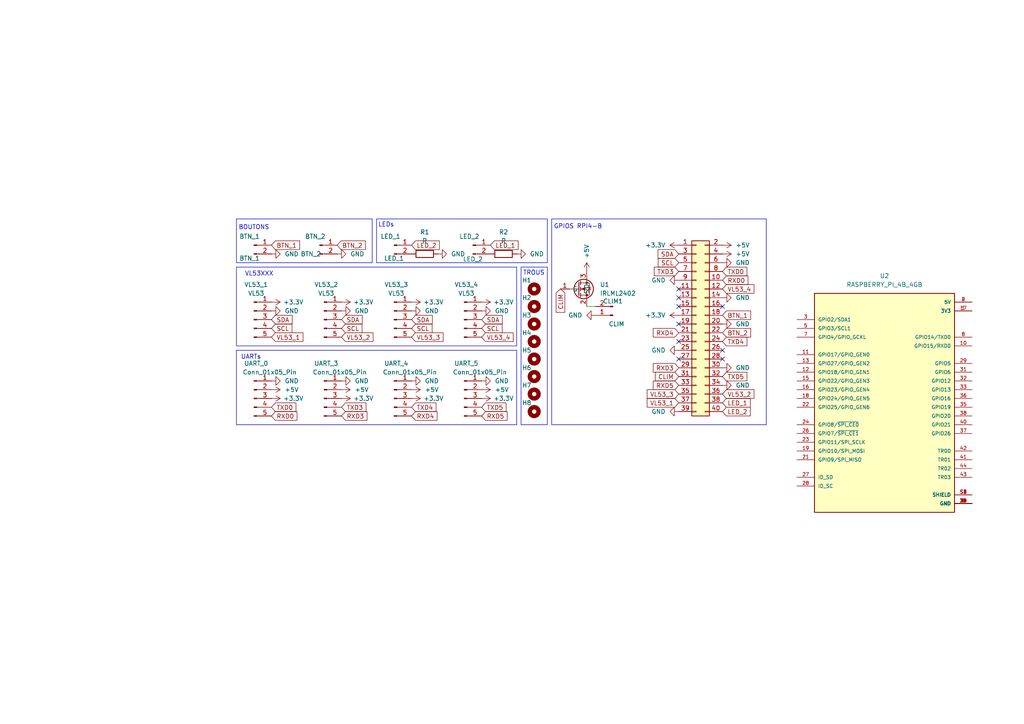
<source format=kicad_sch>
(kicad_sch (version 20231120) (generator "eeschema") (generator_version "8.0")
  (paper "A4")
  (lib_symbols
    (symbol "+3.3V_1" (power) (pin_numbers hide) (pin_names (offset 0) hide)
      (property "Value" "+3.3V" (at 0 3.556 0))
      (symbol "+3.3V_1_0_1"
        (polyline (pts (xy -0.762 1.27) (xy 0 2.54)))
        (polyline (pts (xy 0 0) (xy 0 2.54)))
        (polyline (pts (xy 0 2.54) (xy 0.762 1.27)))
      )
      (symbol "+3.3V_1_1_1"
        (pin power_in line (at 0 0 90) (length 0) (name "~") (number "1"))
      )
    )
    (symbol "Connector:Conn_01x02_Pin" (pin_names (offset 1.016) hide)
      (property "Reference" "J" (at 0 2.54 0))
      (property "Value" "Conn_01x02_Pin" (at 0 -5.08 0))
      (symbol "Conn_01x02_Pin_1_1"
        (polyline (pts (xy 1.27 -2.54) (xy 0.8636 -2.54)) (stroke (width 0.1524)))
        (polyline (pts (xy 1.27 0) (xy 0.8636 0)) (stroke (width 0.1524)))
        (rectangle (start 0.8636 -2.413) (end 0 -2.667) (stroke (width 0.1524)) (fill (type outline)))
        (rectangle (start 0.8636 0.127) (end 0 -0.127) (stroke (width 0.1524)) (fill (type outline)))
        (pin passive line (at 5.08 0 180) (length 3.81) (name "Pin_1") (number "1"))
        (pin passive line (at 5.08 -2.54 180) (length 3.81) (name "Pin_2") (number "2"))
      )
    )
    (symbol "Connector:Conn_01x05_Pin" (pin_names (offset 1.016) hide)
      (property "Reference" "J" (at 0 7.62 0))
      (property "Value" "Conn_01x05_Pin" (at 0 -7.62 0))
      (symbol "Conn_01x05_Pin_1_1"
        (polyline (pts (xy 1.27 -5.08) (xy 0.8636 -5.08)) (stroke (width 0.1524)))
        (polyline (pts (xy 1.27 -2.54) (xy 0.8636 -2.54)) (stroke (width 0.1524)))
        (polyline (pts (xy 1.27 0) (xy 0.8636 0)) (stroke (width 0.1524)))
        (polyline (pts (xy 1.27 2.54) (xy 0.8636 2.54)) (stroke (width 0.1524)))
        (polyline (pts (xy 1.27 5.08) (xy 0.8636 5.08)) (stroke (width 0.1524)))
        (rectangle (start 0.8636 -4.953) (end 0 -5.207) (stroke (width 0.1524)) (fill (type outline)))
        (rectangle (start 0.8636 -2.413) (end 0 -2.667) (stroke (width 0.1524)) (fill (type outline)))
        (rectangle (start 0.8636 0.127) (end 0 -0.127) (stroke (width 0.1524)) (fill (type outline)))
        (rectangle (start 0.8636 2.667) (end 0 2.413) (stroke (width 0.1524)) (fill (type outline)))
        (rectangle (start 0.8636 5.207) (end 0 4.953) (stroke (width 0.1524)) (fill (type outline)))
        (pin passive line (at 5.08 5.08 180) (length 3.81) (name "Pin_1") (number "1"))
        (pin passive line (at 5.08 2.54 180) (length 3.81) (name "Pin_2") (number "2"))
        (pin passive line (at 5.08 0 180) (length 3.81) (name "Pin_3") (number "3"))
        (pin passive line (at 5.08 -2.54 180) (length 3.81) (name "Pin_4") (number "4"))
        (pin passive line (at 5.08 -5.08 180) (length 3.81) (name "Pin_5") (number "5"))
      )
    )
    (symbol "Connector_Generic:Conn_02x20_Odd_Even" (pin_names (offset 1.016) hide)
      (property "Reference" "J" (at 1.27 25.4 0))
      (property "Value" "Conn_02x20_Odd_Even" (at 1.27 -27.94 0))
      (symbol "Conn_02x20_Odd_Even_1_1"
        (rectangle (start -1.27 -25.273) (end 0 -25.527) (stroke (width 0.1524)))
        (rectangle (start -1.27 -22.733) (end 0 -22.987) (stroke (width 0.1524)))
        (rectangle (start -1.27 -20.193) (end 0 -20.447) (stroke (width 0.1524)))
        (rectangle (start -1.27 -17.653) (end 0 -17.907) (stroke (width 0.1524)))
        (rectangle (start -1.27 -15.113) (end 0 -15.367) (stroke (width 0.1524)))
        (rectangle (start -1.27 -12.573) (end 0 -12.827) (stroke (width 0.1524)))
        (rectangle (start -1.27 -10.033) (end 0 -10.287) (stroke (width 0.1524)))
        (rectangle (start -1.27 -7.493) (end 0 -7.747) (stroke (width 0.1524)))
        (rectangle (start -1.27 -4.953) (end 0 -5.207) (stroke (width 0.1524)))
        (rectangle (start -1.27 -2.413) (end 0 -2.667) (stroke (width 0.1524)))
        (rectangle (start -1.27 0.127) (end 0 -0.127) (stroke (width 0.1524)))
        (rectangle (start -1.27 2.667) (end 0 2.413) (stroke (width 0.1524)))
        (rectangle (start -1.27 5.207) (end 0 4.953) (stroke (width 0.1524)))
        (rectangle (start -1.27 7.747) (end 0 7.493) (stroke (width 0.1524)))
        (rectangle (start -1.27 10.287) (end 0 10.033) (stroke (width 0.1524)))
        (rectangle (start -1.27 12.827) (end 0 12.573) (stroke (width 0.1524)))
        (rectangle (start -1.27 15.367) (end 0 15.113) (stroke (width 0.1524)))
        (rectangle (start -1.27 17.907) (end 0 17.653) (stroke (width 0.1524)))
        (rectangle (start -1.27 20.447) (end 0 20.193) (stroke (width 0.1524)))
        (rectangle (start -1.27 22.987) (end 0 22.733) (stroke (width 0.1524)))
        (rectangle (start -1.27 24.13) (end 3.81 -26.67) (stroke (width 0.254)) (fill (type background)))
        (rectangle (start 3.81 -25.273) (end 2.54 -25.527) (stroke (width 0.1524)))
        (rectangle (start 3.81 -22.733) (end 2.54 -22.987) (stroke (width 0.1524)))
        (rectangle (start 3.81 -20.193) (end 2.54 -20.447) (stroke (width 0.1524)))
        (rectangle (start 3.81 -17.653) (end 2.54 -17.907) (stroke (width 0.1524)))
        (rectangle (start 3.81 -15.113) (end 2.54 -15.367) (stroke (width 0.1524)))
        (rectangle (start 3.81 -12.573) (end 2.54 -12.827) (stroke (width 0.1524)))
        (rectangle (start 3.81 -10.033) (end 2.54 -10.287) (stroke (width 0.1524)))
        (rectangle (start 3.81 -7.493) (end 2.54 -7.747) (stroke (width 0.1524)))
        (rectangle (start 3.81 -4.953) (end 2.54 -5.207) (stroke (width 0.1524)))
        (rectangle (start 3.81 -2.413) (end 2.54 -2.667) (stroke (width 0.1524)))
        (rectangle (start 3.81 0.127) (end 2.54 -0.127) (stroke (width 0.1524)))
        (rectangle (start 3.81 2.667) (end 2.54 2.413) (stroke (width 0.1524)))
        (rectangle (start 3.81 5.207) (end 2.54 4.953) (stroke (width 0.1524)))
        (rectangle (start 3.81 7.747) (end 2.54 7.493) (stroke (width 0.1524)))
        (rectangle (start 3.81 10.287) (end 2.54 10.033) (stroke (width 0.1524)))
        (rectangle (start 3.81 12.827) (end 2.54 12.573) (stroke (width 0.1524)))
        (rectangle (start 3.81 15.367) (end 2.54 15.113) (stroke (width 0.1524)))
        (rectangle (start 3.81 17.907) (end 2.54 17.653) (stroke (width 0.1524)))
        (rectangle (start 3.81 20.447) (end 2.54 20.193) (stroke (width 0.1524)))
        (rectangle (start 3.81 22.987) (end 2.54 22.733) (stroke (width 0.1524)))
        (pin passive line (at -5.08 22.86 0) (length 3.81) (name "Pin_1") (number "1"))
        (pin passive line (at 7.62 12.7 180) (length 3.81) (name "Pin_10") (number "10"))
        (pin passive line (at -5.08 10.16 0) (length 3.81) (name "Pin_11") (number "11"))
        (pin passive line (at 7.62 10.16 180) (length 3.81) (name "Pin_12") (number "12"))
        (pin passive line (at -5.08 7.62 0) (length 3.81) (name "Pin_13") (number "13"))
        (pin passive line (at 7.62 7.62 180) (length 3.81) (name "Pin_14") (number "14"))
        (pin passive line (at -5.08 5.08 0) (length 3.81) (name "Pin_15") (number "15"))
        (pin passive line (at 7.62 5.08 180) (length 3.81) (name "Pin_16") (number "16"))
        (pin passive line (at -5.08 2.54 0) (length 3.81) (name "Pin_17") (number "17"))
        (pin passive line (at 7.62 2.54 180) (length 3.81) (name "Pin_18") (number "18"))
        (pin passive line (at -5.08 0 0) (length 3.81) (name "Pin_19") (number "19"))
        (pin passive line (at 7.62 22.86 180) (length 3.81) (name "Pin_2") (number "2"))
        (pin passive line (at 7.62 0 180) (length 3.81) (name "Pin_20") (number "20"))
        (pin passive line (at -5.08 -2.54 0) (length 3.81) (name "Pin_21") (number "21"))
        (pin passive line (at 7.62 -2.54 180) (length 3.81) (name "Pin_22") (number "22"))
        (pin passive line (at -5.08 -5.08 0) (length 3.81) (name "Pin_23") (number "23"))
        (pin passive line (at 7.62 -5.08 180) (length 3.81) (name "Pin_24") (number "24"))
        (pin passive line (at -5.08 -7.62 0) (length 3.81) (name "Pin_25") (number "25"))
        (pin passive line (at 7.62 -7.62 180) (length 3.81) (name "Pin_26") (number "26"))
        (pin passive line (at -5.08 -10.16 0) (length 3.81) (name "Pin_27") (number "27"))
        (pin passive line (at 7.62 -10.16 180) (length 3.81) (name "Pin_28") (number "28"))
        (pin passive line (at -5.08 -12.7 0) (length 3.81) (name "Pin_29") (number "29"))
        (pin passive line (at -5.08 20.32 0) (length 3.81) (name "Pin_3") (number "3"))
        (pin passive line (at 7.62 -12.7 180) (length 3.81) (name "Pin_30") (number "30"))
        (pin passive line (at -5.08 -15.24 0) (length 3.81) (name "Pin_31") (number "31"))
        (pin passive line (at 7.62 -15.24 180) (length 3.81) (name "Pin_32") (number "32"))
        (pin passive line (at -5.08 -17.78 0) (length 3.81) (name "Pin_33") (number "33"))
        (pin passive line (at 7.62 -17.78 180) (length 3.81) (name "Pin_34") (number "34"))
        (pin passive line (at -5.08 -20.32 0) (length 3.81) (name "Pin_35") (number "35"))
        (pin passive line (at 7.62 -20.32 180) (length 3.81) (name "Pin_36") (number "36"))
        (pin passive line (at -5.08 -22.86 0) (length 3.81) (name "Pin_37") (number "37"))
        (pin passive line (at 7.62 -22.86 180) (length 3.81) (name "Pin_38") (number "38"))
        (pin passive line (at -5.08 -25.4 0) (length 3.81) (name "Pin_39") (number "39"))
        (pin passive line (at 7.62 20.32 180) (length 3.81) (name "Pin_4") (number "4"))
        (pin passive line (at 7.62 -25.4 180) (length 3.81) (name "Pin_40") (number "40"))
        (pin passive line (at -5.08 17.78 0) (length 3.81) (name "Pin_5") (number "5"))
        (pin passive line (at 7.62 17.78 180) (length 3.81) (name "Pin_6") (number "6"))
        (pin passive line (at -5.08 15.24 0) (length 3.81) (name "Pin_7") (number "7"))
        (pin passive line (at 7.62 15.24 180) (length 3.81) (name "Pin_8") (number "8"))
        (pin passive line (at -5.08 12.7 0) (length 3.81) (name "Pin_9") (number "9"))
      )
    )
    (symbol "Device:R" (pin_numbers hide) (pin_names (offset 0))
      (property "Reference" "R" (at 2.032 0 90))
      (property "Value" "R" (at 0 0 90))
      (symbol "R_0_1"
        (rectangle (start -1.016 -2.54) (end 1.016 2.54) (stroke (width 0.254)))
      )
      (symbol "R_1_1"
        (pin passive line (at 0 3.81 270) (length 1.27) (name "~") (number "1"))
        (pin passive line (at 0 -3.81 90) (length 1.27) (name "~") (number "2"))
      )
    )
    (symbol "ENAC_robotique:RASPBERRY_PI_4B_4GB" (pin_names (offset 1.016))
      (property "Reference" "U" (at -20.32 33.528 0))
      (property "Value" "RASPBERRY_PI_4B_4GB" (at -20.32 -33.02 0))
      (symbol "RASPBERRY_PI_4B_4GB_0_0"
        (rectangle (start -20.32 -30.48) (end 20.32 33.02) (stroke (width 0.254)) (fill (type background)))
        (pin power_in line (at 25.4 27.94 180) (length 5.08) (name "3V3") (number "1"))
        (pin bidirectional line (at 25.4 17.78 180) (length 5.08) (name "GPIO15/RXD0") (number "10"))
        (pin bidirectional line (at -25.4 15.24 0) (length 5.08) (name "GPIO17/GPIO_GEN0") (number "11"))
        (pin bidirectional line (at -25.4 10.16 0) (length 5.08) (name "GPIO18/GPIO_GEN1") (number "12"))
        (pin bidirectional line (at -25.4 12.7 0) (length 5.08) (name "GPIO27/GPIO_GEN2") (number "13"))
        (pin power_in line (at 25.4 -27.94 180) (length 5.08) (name "GND") (number "14"))
        (pin bidirectional line (at -25.4 7.62 0) (length 5.08) (name "GPIO22/GPIO_GEN3") (number "15"))
        (pin bidirectional line (at -25.4 5.08 0) (length 5.08) (name "GPIO23/GPIO_GEN4") (number "16"))
        (pin power_in line (at 25.4 27.94 180) (length 5.08) (name "3V3") (number "17"))
        (pin bidirectional line (at -25.4 2.54 0) (length 5.08) (name "GPIO24/GPIO_GEN5") (number "18"))
        (pin bidirectional line (at -25.4 -12.7 0) (length 5.08) (name "GPIO10/SPI_MOSI") (number "19"))
        (pin power_in line (at 25.4 30.48 180) (length 5.08) (name "5V") (number "2"))
        (pin power_in line (at 25.4 -27.94 180) (length 5.08) (name "GND") (number "20"))
        (pin bidirectional line (at -25.4 -15.24 0) (length 5.08) (name "GPIO9/SPI_MISO") (number "21"))
        (pin bidirectional line (at -25.4 0 0) (length 5.08) (name "GPIO25/GPIO_GEN6") (number "22"))
        (pin bidirectional line (at -25.4 -10.16 0) (length 5.08) (name "GPIO11/SPI_SCLK") (number "23"))
        (pin bidirectional line (at -25.4 -5.08 0) (length 5.08) (name "GPIO8/~{SPI_CE0}") (number "24"))
        (pin power_in line (at 25.4 -27.94 180) (length 5.08) (name "GND") (number "25"))
        (pin bidirectional line (at -25.4 -7.62 0) (length 5.08) (name "GPIO7/~{SPI_CE1}") (number "26"))
        (pin bidirectional line (at -25.4 -20.32 0) (length 5.08) (name "ID_SD") (number "27"))
        (pin bidirectional line (at -25.4 -22.86 0) (length 5.08) (name "ID_SC") (number "28"))
        (pin bidirectional line (at 25.4 12.7 180) (length 5.08) (name "GPIO5") (number "29"))
        (pin bidirectional line (at -25.4 25.4 0) (length 5.08) (name "GPIO2/SDA1") (number "3"))
        (pin power_in line (at 25.4 -27.94 180) (length 5.08) (name "GND") (number "30"))
        (pin bidirectional line (at 25.4 10.16 180) (length 5.08) (name "GPIO6") (number "31"))
        (pin bidirectional line (at 25.4 7.62 180) (length 5.08) (name "GPIO12") (number "32"))
        (pin bidirectional line (at 25.4 5.08 180) (length 5.08) (name "GPIO13") (number "33"))
        (pin power_in line (at 25.4 -27.94 180) (length 5.08) (name "GND") (number "34"))
        (pin bidirectional line (at 25.4 0 180) (length 5.08) (name "GPIO19") (number "35"))
        (pin bidirectional line (at 25.4 2.54 180) (length 5.08) (name "GPIO16") (number "36"))
        (pin bidirectional line (at 25.4 -7.62 180) (length 5.08) (name "GPIO26") (number "37"))
        (pin bidirectional line (at 25.4 -2.54 180) (length 5.08) (name "GPIO20") (number "38"))
        (pin power_in line (at 25.4 -27.94 180) (length 5.08) (name "GND") (number "39"))
        (pin power_in line (at 25.4 30.48 180) (length 5.08) (name "5V") (number "4"))
        (pin bidirectional line (at 25.4 -5.08 180) (length 5.08) (name "GPIO21") (number "40"))
        (pin bidirectional line (at 25.4 -15.24 180) (length 5.08) (name "TR01") (number "41"))
        (pin bidirectional line (at 25.4 -12.7 180) (length 5.08) (name "TR00") (number "42"))
        (pin bidirectional line (at 25.4 -20.32 180) (length 5.08) (name "TR03") (number "43"))
        (pin bidirectional line (at 25.4 -17.78 180) (length 5.08) (name "TR02") (number "44"))
        (pin bidirectional line (at -25.4 22.86 0) (length 5.08) (name "GPIO3/SCL1") (number "5"))
        (pin power_in line (at 25.4 -27.94 180) (length 5.08) (name "GND") (number "6"))
        (pin bidirectional line (at -25.4 20.32 0) (length 5.08) (name "GPIO4/GPIO_GCKL") (number "7"))
        (pin bidirectional line (at 25.4 20.32 180) (length 5.08) (name "GPIO14/TXD0") (number "8"))
        (pin power_in line (at 25.4 -27.94 180) (length 5.08) (name "GND") (number "9"))
        (pin power_in line (at 25.4 -25.4 180) (length 5.08) (name "SHIELD") (number "S1"))
        (pin power_in line (at 25.4 -25.4 180) (length 5.08) (name "SHIELD") (number "S2"))
        (pin power_in line (at 25.4 -25.4 180) (length 5.08) (name "SHIELD") (number "S3"))
        (pin power_in line (at 25.4 -25.4 180) (length 5.08) (name "SHIELD") (number "S4"))
      )
    )
    (symbol "GND_1" (power) (pin_numbers hide) (pin_names (offset 0) hide)
      (property "Value" "GND" (at 0 -3.81 0))
      (symbol "GND_1_0_1"
        (polyline (pts (xy 0 0) (xy 0 -1.27) (xy 1.27 -1.27) (xy 0 -2.54) (xy -1.27 -1.27) (xy 0 -1.27)))
      )
      (symbol "GND_1_1_1"
        (pin power_in line (at 0 0 270) (length 0) (name "~") (number "1"))
      )
    )
    (symbol "Mechanical:MountingHole" (pin_names (offset 1.016)) (exclude_from_sim yes) (in_bom no)
      (property "Reference" "H" (at 0 5.08 0))
      (property "Value" "MountingHole" (at 0 3.175 0))
      (symbol "MountingHole_0_1"
        (circle (center 0 0) (radius 1.27) (stroke (width 1.27)))
      )
    )
    (symbol "mySymbols:IRLML6344" (pin_names (offset 1.016))
      (property "Reference" "U" (at 2.54 3.81 0))
      (property "Value" "IRLML6344" (at -7.62 3.81 0))
      (symbol "IRLML6344_1_1"
        (circle (center -0.889 0) (radius 2.8194) (stroke (width 0.254)))
        (circle (center 0 -1.778) (radius 0.2794) (fill (type outline)))
        (polyline (pts (xy -5.08 0) (xy -2.286 0)))
        (polyline (pts (xy -1.778 -1.778) (xy 0 -1.778)))
        (polyline (pts (xy -1.778 -1.27) (xy -1.778 -2.286)) (stroke (width 0.254)))
        (polyline (pts (xy -1.778 0) (xy 0 0)))
        (polyline (pts (xy -1.778 0.508) (xy -1.778 -0.508)) (stroke (width 0.254)))
        (polyline (pts (xy -1.778 1.778) (xy 0 1.778)))
        (polyline (pts (xy -1.778 2.286) (xy -1.778 1.27)) (stroke (width 0.254)))
        (polyline (pts (xy 0 -1.778) (xy 0 -2.54)))
        (polyline (pts (xy 0 -1.778) (xy 0 0)))
        (polyline (pts (xy 0 2.54) (xy 0 1.778)))
        (polyline (pts (xy -2.286 1.905) (xy -2.286 -1.905) (xy -2.286 -1.905)) (stroke (width 0.254)))
        (polyline (pts (xy -1.524 0) (xy -0.508 0.381) (xy -0.508 -0.381) (xy -1.524 0)) (fill (type outline)))
        (polyline (pts (xy 0 -1.778) (xy 0.762 -1.778) (xy 0.762 1.778) (xy 0 1.778)))
        (polyline (pts (xy 0.254 0.508) (xy 0.381 0.381) (xy 1.143 0.381) (xy 1.27 0.254)))
        (polyline (pts (xy 0.762 0.381) (xy 0.381 -0.254) (xy 1.143 -0.254) (xy 0.762 0.381)))
        (circle (center 0 1.778) (radius 0.2794) (fill (type outline)))
        (pin input line (at -7.62 0 0) (length 2.54) (name "G") (number "1"))
        (pin passive line (at 0 -5.08 90) (length 2.54) (name "S") (number "2"))
        (pin passive line (at 0 5.08 270) (length 2.54) (name "D") (number "3"))
      )
    )
    (symbol "power:+3.3V" (power) (pin_names (offset 0))
      (property "Value" "+3.3V" (at 0 3.556 0))
      (symbol "+3.3V_0_1"
        (polyline (pts (xy -0.762 1.27) (xy 0 2.54)))
        (polyline (pts (xy 0 0) (xy 0 2.54)))
        (polyline (pts (xy 0 2.54) (xy 0.762 1.27)))
      )
      (symbol "+3.3V_1_1"
        (pin power_in line (at 0 0 90) (length 0) hide (name "+3.3V") (number "1"))
      )
    )
    (symbol "power:+5V" (power) (pin_numbers hide) (pin_names (offset 0) hide)
      (property "Value" "+5V" (at 0 3.556 0))
      (symbol "+5V_0_1"
        (polyline (pts (xy -0.762 1.27) (xy 0 2.54)))
        (polyline (pts (xy 0 0) (xy 0 2.54)))
        (polyline (pts (xy 0 2.54) (xy 0.762 1.27)))
      )
      (symbol "+5V_1_1"
        (pin power_in line (at 0 0 90) (length 0) (name "~") (number "1"))
      )
    )
    (symbol "power:GND" (power) (pin_names (offset 0))
      (property "Value" "GND" (at 0 -3.81 0))
      (symbol "GND_0_1"
        (polyline (pts (xy 0 0) (xy 0 -1.27) (xy 1.27 -1.27) (xy 0 -2.54) (xy -1.27 -1.27) (xy 0 -1.27)))
      )
      (symbol "GND_1_1"
        (pin power_in line (at 0 0 270) (length 0) hide (name "GND") (number "1"))
      )
    )
  )
  (no_connect (at 196.85 93.98))
  (no_connect (at 196.85 86.36))
  (no_connect (at 209.55 88.9))
  (no_connect (at 196.85 83.82))
  (no_connect (at 196.85 104.14))
  (no_connect (at 196.85 99.06))
  (no_connect (at 209.55 104.14))
  (no_connect (at 209.55 101.6))
  (no_connect (at 196.85 88.9))
  (wire (pts (xy 172.72 88.9) (xy 170.18 88.9)))
  (rectangle (start 68.58 63.5) (end 107.95 76.2))
  (rectangle (start 160.02 63.5) (end 222.25 123.19))
  (rectangle (start 68.58 77.47) (end 149.86 100.33))
  (rectangle (start 151.13 77.47) (end 158.75 123.19))
  (rectangle (start 68.58 101.6) (end 149.86 123.19))
  (rectangle (start 109.22 63.5) (end 158.75 76.2))
  (text "VL53XXX" (at 75.184 79.502 0) (effects (font (size 1.27 1.27))))
  (text "UARTs" (at 69.85 103.632 0) (effects (font (size 1.27 1.27)) (justify left)))
  (text "LEDs" (at 112.014 65.278 0) (effects (font (size 1.27 1.27))))
  (text "TROUS" (at 157.988 79.248 0) (effects (font (size 1.27 1.27)) (justify right)))
  (text "BOUTONS" (at 73.66 66.04 0) (effects (font (size 1.27 1.27))))
  (text "GPIOS RPI4-B" (at 167.64 65.786 0) (effects (font (size 1.27 1.27))))
  (global_label "TXD4" (shape input) (at 119.38 118.11 0) (property "Intersheetrefs" "${INTERSHEET_REFS}" (effects (hide yes))))
  (global_label "RXD4" (shape input) (at 119.38 120.65 0) (property "Intersheetrefs" "${INTERSHEET_REFS}" (effects (hide yes))))
  (global_label "VL53_2" (shape input) (at 99.06 97.79 0) (property "Intersheetrefs" "${INTERSHEET_REFS}" (effects (hide yes))))
  (global_label "TXD3" (shape input) (at 196.85 78.74 180) (property "Intersheetrefs" "${INTERSHEET_REFS}" (effects (hide yes))))
  (global_label "SDA" (shape input) (at 78.74 92.71 0) (property "Intersheetrefs" "${INTERSHEET_REFS}" (effects (hide yes))))
  (global_label "SCL" (shape input) (at 78.74 95.25 0) (property "Intersheetrefs" "${INTERSHEET_REFS}" (effects (hide yes))))
  (global_label "RXD3" (shape input) (at 99.06 120.65 0) (property "Intersheetrefs" "${INTERSHEET_REFS}" (effects (hide yes))))
  (global_label "RXD0" (shape input) (at 78.74 120.65 0) (property "Intersheetrefs" "${INTERSHEET_REFS}" (effects (hide yes))))
  (global_label "VL53_3" (shape input) (at 196.85 114.3 180) (property "Intersheetrefs" "${INTERSHEET_REFS}" (effects (hide yes))))
  (global_label "SDA" (shape input) (at 119.38 92.71 0) (property "Intersheetrefs" "${INTERSHEET_REFS}" (effects (hide yes))))
  (global_label "TXD5" (shape input) (at 139.7 118.11 0) (property "Intersheetrefs" "${INTERSHEET_REFS}" (effects (hide yes))))
  (global_label "VL53_1" (shape input) (at 196.85 116.84 180) (property "Intersheetrefs" "${INTERSHEET_REFS}" (effects (hide yes))))
  (global_label "BTN_1" (shape input) (at 209.55 91.44 0) (property "Intersheetrefs" "${INTERSHEET_REFS}" (effects (hide yes))))
  (global_label "LED_2" (shape input) (at 209.55 119.38 0) (property "Intersheetrefs" "${INTERSHEET_REFS}" (effects (hide yes))))
  (global_label "TXD0" (shape input) (at 78.74 118.11 0) (property "Intersheetrefs" "${INTERSHEET_REFS}" (effects (hide yes))))
  (global_label "LED_1" (shape input) (at 142.24 71.12 0) (property "Intersheetrefs" "${INTERSHEET_REFS}" (effects (hide yes))))
  (global_label "VL53_1" (shape input) (at 78.74 97.79 0) (property "Intersheetrefs" "${INTERSHEET_REFS}" (effects (hide yes))))
  (global_label "SCL" (shape input) (at 196.85 76.2 180) (property "Intersheetrefs" "${INTERSHEET_REFS}" (effects (hide yes))))
  (global_label "RXD0" (shape input) (at 209.55 81.28 0) (property "Intersheetrefs" "${INTERSHEET_REFS}" (effects (hide yes))))
  (global_label "SDA" (shape input) (at 139.7 92.71 0) (property "Intersheetrefs" "${INTERSHEET_REFS}" (effects (hide yes))))
  (global_label "BTN_2" (shape input) (at 97.79 71.12 0) (property "Intersheetrefs" "${INTERSHEET_REFS}" (effects (hide yes))))
  (global_label "CLIM" (shape input) (at 162.56 83.82 270) (property "Intersheetrefs" "${INTERSHEET_REFS}" (effects (hide yes))))
  (global_label "SCL" (shape input) (at 99.06 95.25 0) (property "Intersheetrefs" "${INTERSHEET_REFS}" (effects (hide yes))))
  (global_label "BTN_2" (shape input) (at 209.55 96.52 0) (property "Intersheetrefs" "${INTERSHEET_REFS}" (effects (hide yes))))
  (global_label "SCL" (shape input) (at 139.7 95.25 0) (property "Intersheetrefs" "${INTERSHEET_REFS}" (effects (hide yes))))
  (global_label "VL53_4" (shape input) (at 139.7 97.79 0) (property "Intersheetrefs" "${INTERSHEET_REFS}" (effects (hide yes))))
  (global_label "TXD3" (shape input) (at 99.06 118.11 0) (property "Intersheetrefs" "${INTERSHEET_REFS}" (effects (hide yes))))
  (global_label "SDA" (shape input) (at 196.85 73.66 180) (property "Intersheetrefs" "${INTERSHEET_REFS}" (effects (hide yes))))
  (global_label "TXD0" (shape input) (at 209.55 78.74 0) (property "Intersheetrefs" "${INTERSHEET_REFS}" (effects (hide yes))))
  (global_label "LED_1" (shape input) (at 209.55 116.84 0) (property "Intersheetrefs" "${INTERSHEET_REFS}" (effects (hide yes))))
  (global_label "VL53_2" (shape input) (at 209.55 114.3 0) (property "Intersheetrefs" "${INTERSHEET_REFS}" (effects (hide yes))))
  (global_label "BTN_1" (shape input) (at 78.74 71.12 0) (property "Intersheetrefs" "${INTERSHEET_REFS}" (effects (hide yes))))
  (global_label "LED_2" (shape input) (at 119.38 71.12 0) (property "Intersheetrefs" "${INTERSHEET_REFS}" (effects (hide yes))))
  (global_label "CLIM" (shape input) (at 196.85 109.22 180) (property "Intersheetrefs" "${INTERSHEET_REFS}" (effects (hide yes))))
  (global_label "RXD5" (shape input) (at 196.85 111.76 180) (property "Intersheetrefs" "${INTERSHEET_REFS}" (effects (hide yes))))
  (global_label "RXD5" (shape input) (at 139.7 120.65 0) (property "Intersheetrefs" "${INTERSHEET_REFS}" (effects (hide yes))))
  (global_label "SDA" (shape input) (at 99.06 92.71 0) (property "Intersheetrefs" "${INTERSHEET_REFS}" (effects (hide yes))))
  (global_label "TXD4" (shape input) (at 209.55 99.06 0) (property "Intersheetrefs" "${INTERSHEET_REFS}" (effects (hide yes))))
  (global_label "RXD3" (shape input) (at 196.85 106.68 180) (property "Intersheetrefs" "${INTERSHEET_REFS}" (effects (hide yes))))
  (global_label "RXD4" (shape input) (at 196.85 96.52 180) (property "Intersheetrefs" "${INTERSHEET_REFS}" (effects (hide yes))))
  (global_label "SCL" (shape input) (at 119.38 95.25 0) (property "Intersheetrefs" "${INTERSHEET_REFS}" (effects (hide yes))))
  (global_label "TXD5" (shape input) (at 209.55 109.22 0) (property "Intersheetrefs" "${INTERSHEET_REFS}" (effects (hide yes))))
  (global_label "VL53_4" (shape input) (at 209.55 83.82 0) (property "Intersheetrefs" "${INTERSHEET_REFS}" (effects (hide yes))))
  (global_label "VL53_3" (shape input) (at 119.38 97.79 0) (property "Intersheetrefs" "${INTERSHEET_REFS}" (effects (hide yes))))
  (symbol (lib_id "power:GND") (at 209.55 86.36 90) (unit 1)
    (property "Reference" "#PWR016" (effects (hide yes)))
    (property "Value" "GND" (at 213.36 86.3599 90) (effects (justify right)))
  )
  (symbol (lib_id "Device:R") (at 123.19 73.66 90) (unit 1)
    (property "Reference" "R1" (at 123.19 67.31 90))
    (property "Value" "R" (at 123.19 69.85 90))
    (property "Footprint" "Resistor_SMD:R_0603_1608Metric" (effects (hide yes)))
    (property "Description" "Resistor" (effects (hide yes)))
  )
  (symbol (lib_id "power:GND") (at 99.06 90.17 90) (unit 1)
    (property "Reference" "#PWR026" (effects (hide yes)))
    (property "Value" "GND" (at 102.87 90.17 90) (effects (justify right)))
  )
  (symbol (lib_id "Connector:Conn_01x02_Pin") (at 137.16 71.12 0) (unit 1)
    (property "Reference" "LED_2" (at 137.16 75.184 0))
    (property "Value" "LED_2" (at 136.144 68.58 0))
    (property "Footprint" "Connector_PinHeader_2.54mm:PinHeader_1x02_P2.54mm_Vertical" (effects (hide yes)))
  )
  (symbol (lib_name "GND_1") (lib_id "power:GND") (at 78.74 73.66 90) (unit 1)
    (property "Reference" "#PWR027" (effects (hide yes)))
    (property "Value" "GND" (at 82.55 73.6599 90) (effects (justify right)))
    (property "Description" "Power symbol creates a global label with name \"GND\" , ground" (effects (hide yes)))
  )
  (symbol (lib_id "power:+3.3V") (at 139.7 115.57 270) (unit 1)
    (property "Reference" "#PWR038" (effects (hide yes)))
    (property "Value" "+3.3V" (at 146.05 115.57 90))
  )
  (symbol (lib_id "Device:R") (at 146.05 73.66 90) (unit 1)
    (property "Reference" "R2" (at 146.05 67.31 90))
    (property "Value" "R" (at 146.05 69.85 90))
    (property "Footprint" "Resistor_SMD:R_0603_1608Metric" (effects (hide yes)))
    (property "Description" "Resistor" (effects (hide yes)))
  )
  (symbol (lib_id "power:+3.3V") (at 119.38 87.63 270) (unit 1)
    (property "Reference" "#PWR021" (effects (hide yes)))
    (property "Value" "+3.3V" (at 125.73 87.63 90))
  )
  (symbol (lib_id "Connector:Conn_01x02_Pin") (at 92.71 71.12 0) (unit 1)
    (property "Reference" "BTN_2" (at 90.17 73.66 0))
    (property "Value" "BTN_2" (at 91.44 68.58 0))
    (property "Footprint" "Connector_PinHeader_2.54mm:PinHeader_1x02_P2.54mm_Vertical" (effects (hide yes)))
  )
  (symbol (lib_id "power:+3.3V") (at 99.06 115.57 270) (unit 1)
    (property "Reference" "#PWR032" (effects (hide yes)))
    (property "Value" "+3.3V" (at 105.41 115.57 90))
  )
  (symbol (lib_id "power:GND") (at 209.55 76.2 90) (unit 1)
    (property "Reference" "#PWR09" (effects (hide yes)))
    (property "Value" "GND" (at 213.36 76.2 90) (effects (justify right)))
  )
  (symbol (lib_id "power:+5V") (at 99.06 113.03 270) (unit 1)
    (property "Reference" "#PWR020" (effects (hide yes)))
    (property "Value" "+5V" (at 102.87 113.03 90) (effects (justify left)))
  )
  (symbol (lib_id "power:GND") (at 196.85 119.38 270) (unit 1)
    (property "Reference" "#PWR012" (effects (hide yes)))
    (property "Value" "GND" (at 193.04 119.3799 90) (effects (justify right)))
  )
  (symbol (lib_id "Mechanical:MountingHole") (at 154.94 99.06 0) (unit 1) (exclude_from_sim yes) (in_bom no)
    (property "Reference" "H4" (at 151.384 96.52 0) (effects (justify left)))
    (property "Value" "MountingHole" (effects (hide yes)))
    (property "Footprint" "MountingHole:MountingHole_3.2mm_M3" (effects (hide yes)))
    (property "Description" "Mounting Hole without connection" (effects (hide yes)))
  )
  (symbol (lib_id "Mechanical:MountingHole") (at 154.94 93.98 0) (unit 1) (exclude_from_sim yes) (in_bom no)
    (property "Reference" "H3" (at 151.384 91.44 0) (effects (justify left)))
    (property "Value" "MountingHole" (effects (hide yes)))
    (property "Footprint" "MountingHole:MountingHole_3.2mm_M3" (effects (hide yes)))
    (property "Description" "Mounting Hole without connection" (effects (hide yes)))
  )
  (symbol (lib_id "Connector:Conn_01x05_Pin") (at 134.62 115.57 0) (unit 1)
    (property "Reference" "UART_5" (at 135.255 105.41 0))
    (property "Value" "Conn_01x05_Pin" (at 139.192 107.95 0))
    (property "Footprint" "Connector_Molex:Molex_CLIK-Mate_502382-0570_1x05-1MP_P1.25mm_Vertical" (effects (hide yes)))
    (property "Description" "Generic connector, single row, 01x05, script generated" (effects (hide yes)))
  )
  (symbol (lib_id "Connector:Conn_01x05_Pin") (at 73.66 115.57 0) (unit 1)
    (property "Reference" "UART_0" (at 74.295 105.41 0))
    (property "Value" "Conn_01x05_Pin" (at 78.232 107.95 0))
    (property "Footprint" "Connector_Molex:Molex_CLIK-Mate_502382-0570_1x05-1MP_P1.25mm_Vertical" (effects (hide yes)))
    (property "Description" "Generic connector, single row, 01x05, script generated" (effects (hide yes)))
  )
  (symbol (lib_id "power:GND") (at 119.38 110.49 90) (unit 1)
    (property "Reference" "#PWR029" (effects (hide yes)))
    (property "Value" "GND" (at 123.19 110.49 90) (effects (justify right)))
  )
  (symbol (lib_id "power:+3.3V") (at 78.74 87.63 270) (unit 1)
    (property "Reference" "#PWR01" (effects (hide yes)))
    (property "Value" "+3.3V" (at 85.09 87.63 90))
  )
  (symbol (lib_id "Connector:Conn_01x05_Pin") (at 114.3 115.57 0) (unit 1)
    (property "Reference" "UART_4" (at 114.935 105.41 0))
    (property "Value" "Conn_01x05_Pin" (at 118.872 107.95 0))
    (property "Footprint" "Connector_Molex:Molex_CLIK-Mate_502382-0570_1x05-1MP_P1.25mm_Vertical" (effects (hide yes)))
    (property "Description" "Generic connector, single row, 01x05, script generated" (effects (hide yes)))
  )
  (symbol (lib_id "power:GND") (at 139.7 90.17 90) (unit 1)
    (property "Reference" "#PWR024" (effects (hide yes)))
    (property "Value" "GND" (at 143.51 90.17 90) (effects (justify right)))
  )
  (symbol (lib_id "power:GND") (at 196.85 101.6 270) (unit 1)
    (property "Reference" "#PWR011" (effects (hide yes)))
    (property "Value" "GND" (at 193.04 101.5999 90) (effects (justify right)))
  )
  (symbol (lib_id "power:GND") (at 172.72 91.44 270) (unit 1)
    (property "Reference" "#PWR017" (effects (hide yes)))
    (property "Value" "GND" (at 168.91 91.44 90) (effects (justify right)))
  )
  (symbol (lib_id "ENAC_robotique:RASPBERRY_PI_4B_4GB") (at 256.54 118.11 0) (unit 1)
    (property "Reference" "U2" (at 256.54 80.01 0))
    (property "Value" "RASPBERRY_PI_4B_4GB" (at 256.54 82.55 0))
    (property "Footprint" "ENAC_robotique:MODULE_RASPBERRY_PI_4B_4GB" (effects (hide yes)))
    (property "MF" "Raspberry Pi" (effects (hide yes)))
    (property "MAXIMUM_PACKAGE_HEIGHT" "16 mm" (effects (hide yes)))
    (property "Package" "None" (effects (hide yes)))
    (property "Price" "None" (effects (hide yes)))
    (property "Check_prices" "https://www.snapeda.com/parts/RASPBERRY%20PI%204B/4GB/Raspberry+Pi/view-part/?ref=eda" (effects (hide yes)))
    (property "STANDARD" "Manufacturer Recommendations" (effects (hide yes)))
    (property "PARTREV" "4" (effects (hide yes)))
    (property "SnapEDA_Link" "https://www.snapeda.com/parts/RASPBERRY%20PI%204B/4GB/Raspberry+Pi/view-part/?ref=snap" (effects (hide yes)))
    (property "MP" "RASPBERRY PI 4B/4GB" (effects (hide yes)))
    (property "Description_1" "\nBCM2711 Raspberry Pi 4 Model B 4GB - ARM® Cortex®-A72 MPU Embedded Evaluation Board\n" (effects (hide yes)))
    (property "MANUFACTURER" "Raspberry Pi" (effects (hide yes)))
    (property "Availability" "Not in stock" (effects (hide yes)))
    (property "SNAPEDA_PN" "RASPBERRY PI 4B/4GB" (effects (hide yes)))
  )
  (symbol (lib_id "Connector:Conn_01x02_Pin") (at 114.3 71.12 0) (unit 1)
    (property "Reference" "LED_1" (at 114.3 74.93 0))
    (property "Value" "LED_1" (at 113.284 68.58 0))
    (property "Footprint" "Connector_PinHeader_2.54mm:PinHeader_1x02_P2.54mm_Vertical" (effects (hide yes)))
  )
  (symbol (lib_id "power:GND") (at 99.06 110.49 90) (unit 1)
    (property "Reference" "#PWR019" (effects (hide yes)))
    (property "Value" "GND" (at 102.87 110.49 90) (effects (justify right)))
  )
  (symbol (lib_id "Mechanical:MountingHole") (at 154.94 114.3 0) (unit 1) (exclude_from_sim yes) (in_bom no)
    (property "Reference" "H7" (at 151.384 111.76 0) (effects (justify left)))
    (property "Value" "MountingHole" (effects (hide yes)))
    (property "Footprint" "MountingHole:MountingHole_3.2mm_M3" (effects (hide yes)))
    (property "Description" "Mounting Hole without connection" (effects (hide yes)))
  )
  (symbol (lib_id "power:+5V") (at 209.55 71.12 270) (unit 1)
    (property "Reference" "#PWR07" (effects (hide yes)))
    (property "Value" "+5V" (at 213.36 71.1199 90) (effects (justify left)))
    (property "Description" "Power symbol creates a global label with name \"+5V\"" (effects (hide yes)))
  )
  (symbol (lib_id "power:GND") (at 139.7 110.49 90) (unit 1)
    (property "Reference" "#PWR036" (effects (hide yes)))
    (property "Value" "GND" (at 143.51 110.49 90) (effects (justify right)))
  )
  (symbol (lib_name "GND_1") (lib_id "power:GND") (at 97.79 73.66 90) (unit 1)
    (property "Reference" "#PWR028" (effects (hide yes)))
    (property "Value" "GND" (at 101.6 73.6599 90) (effects (justify right)))
    (property "Description" "Power symbol creates a global label with name \"GND\" , ground" (effects (hide yes)))
  )
  (symbol (lib_id "power:+3.3V") (at 99.06 87.63 270) (unit 1)
    (property "Reference" "#PWR025" (effects (hide yes)))
    (property "Value" "+3.3V" (at 105.41 87.63 90))
  )
  (symbol (lib_id "Mechanical:MountingHole") (at 154.94 119.38 0) (unit 1) (exclude_from_sim yes) (in_bom no)
    (property "Reference" "H8" (at 151.384 116.84 0) (effects (justify left)))
    (property "Value" "MountingHole" (effects (hide yes)))
    (property "Footprint" "MountingHole:MountingHole_3.2mm_M3" (effects (hide yes)))
    (property "Description" "Mounting Hole without connection" (effects (hide yes)))
  )
  (symbol (lib_id "power:GND") (at 209.55 111.76 90) (unit 1)
    (property "Reference" "#PWR013" (effects (hide yes)))
    (property "Value" "GND" (at 213.36 111.7599 90) (effects (justify right)))
  )
  (symbol (lib_id "power:GND") (at 78.74 90.17 90) (unit 1)
    (property "Reference" "#PWR02" (effects (hide yes)))
    (property "Value" "GND" (at 82.55 90.17 90) (effects (justify right)))
  )
  (symbol (lib_id "power:GND") (at 119.38 90.17 90) (unit 1)
    (property "Reference" "#PWR022" (effects (hide yes)))
    (property "Value" "GND" (at 123.19 90.17 90) (effects (justify right)))
  )
  (symbol (lib_id "power:+3.3V") (at 119.38 115.57 270) (unit 1)
    (property "Reference" "#PWR031" (effects (hide yes)))
    (property "Value" "+3.3V" (at 125.73 115.57 90))
  )
  (symbol (lib_id "Connector:Conn_01x05_Pin") (at 73.66 92.71 0) (unit 1)
    (property "Reference" "VL53_1" (at 74.295 82.55 0))
    (property "Value" "VL53" (at 74.295 85.09 0))
    (property "Footprint" "Connector_PinHeader_2.54mm:PinHeader_1x05_P2.54mm_Vertical" (effects (hide yes)))
  )
  (symbol (lib_id "power:+5V") (at 119.38 113.03 270) (unit 1)
    (property "Reference" "#PWR030" (effects (hide yes)))
    (property "Value" "+5V" (at 123.19 113.03 90) (effects (justify left)))
  )
  (symbol (lib_id "Mechanical:MountingHole") (at 154.94 109.22 0) (unit 1) (exclude_from_sim yes) (in_bom no)
    (property "Reference" "H6" (at 151.384 106.68 0) (effects (justify left)))
    (property "Value" "MountingHole" (effects (hide yes)))
    (property "Footprint" "MountingHole:MountingHole_3.2mm_M3" (effects (hide yes)))
    (property "Description" "Mounting Hole without connection" (effects (hide yes)))
  )
  (symbol (lib_id "power:GND") (at 209.55 106.68 90) (unit 1)
    (property "Reference" "#PWR014" (effects (hide yes)))
    (property "Value" "GND" (at 213.36 106.6799 90) (effects (justify right)))
  )
  (symbol (lib_name "GND_1") (lib_id "power:GND") (at 149.86 73.66 90) (unit 1)
    (property "Reference" "#PWR03" (effects (hide yes)))
    (property "Value" "GND" (at 153.67 73.6599 90) (effects (justify right)))
    (property "Description" "Power symbol creates a global label with name \"GND\" , ground" (effects (hide yes)))
  )
  (symbol (lib_id "power:GND") (at 196.85 81.28 270) (unit 1)
    (property "Reference" "#PWR010" (effects (hide yes)))
    (property "Value" "GND" (at 193.04 81.2799 90) (effects (justify right)))
  )
  (symbol (lib_id "power:+3.3V") (at 78.74 115.57 270) (unit 1)
    (property "Reference" "#PWR035" (effects (hide yes)))
    (property "Value" "+3.3V" (at 85.09 115.57 90))
  )
  (symbol (lib_id "power:+3.3V") (at 139.7 87.63 270) (unit 1)
    (property "Reference" "#PWR023" (effects (hide yes)))
    (property "Value" "+3.3V" (at 146.05 87.63 90))
  )
  (symbol (lib_id "Connector:Conn_01x05_Pin") (at 93.98 92.71 0) (unit 1)
    (property "Reference" "VL53_2" (at 94.615 82.55 0))
    (property "Value" "VL53" (at 94.615 85.09 0))
    (property "Footprint" "Connector_PinHeader_2.54mm:PinHeader_1x05_P2.54mm_Vertical" (effects (hide yes)))
  )
  (symbol (lib_name "GND_1") (lib_id "power:GND") (at 127 73.66 90) (unit 1)
    (property "Reference" "#PWR04" (effects (hide yes)))
    (property "Value" "GND" (at 130.81 73.6599 90) (effects (justify right)))
    (property "Description" "Power symbol creates a global label with name \"GND\" , ground" (effects (hide yes)))
  )
  (symbol (lib_name "+3.3V_1") (lib_id "power:+3.3V") (at 196.85 71.12 90) (unit 1)
    (property "Reference" "#PWR05" (effects (hide yes)))
    (property "Value" "+3.3V" (at 193.04 71.1199 90) (effects (justify left)))
    (property "Description" "Power symbol creates a global label with name \"+3.3V\"" (effects (hide yes)))
  )
  (symbol (lib_id "Connector:Conn_01x05_Pin") (at 134.62 92.71 0) (unit 1)
    (property "Reference" "VL53_4" (at 135.255 82.55 0))
    (property "Value" "VL53" (at 135.255 85.09 0))
    (property "Footprint" "Connector_PinHeader_2.54mm:PinHeader_1x05_P2.54mm_Vertical" (effects (hide yes)))
  )
  (symbol (lib_id "power:+5V") (at 78.74 113.03 270) (unit 1)
    (property "Reference" "#PWR034" (effects (hide yes)))
    (property "Value" "+5V" (at 82.55 113.03 90) (effects (justify left)))
  )
  (symbol (lib_id "Connector:Conn_01x02_Pin") (at 177.8 91.44 180) (unit 1)
    (property "Reference" "CLIM1" (at 177.8 87.376 0))
    (property "Value" "CLIM" (at 178.816 93.98 0))
    (property "Footprint" "Connector_PinHeader_2.54mm:PinHeader_1x02_P2.54mm_Vertical" (effects (hide yes)))
  )
  (symbol (lib_id "Mechanical:MountingHole") (at 154.94 83.82 0) (unit 1) (exclude_from_sim yes) (in_bom no)
    (property "Reference" "H1" (at 151.384 81.28 0) (effects (justify left)))
    (property "Value" "MountingHole" (effects (hide yes)))
    (property "Footprint" "MountingHole:MountingHole_3.2mm_M3" (effects (hide yes)))
    (property "Description" "Mounting Hole without connection" (effects (hide yes)))
  )
  (symbol (lib_id "power:+5V") (at 170.18 78.74 0) (unit 1)
    (property "Reference" "#PWR018" (effects (hide yes)))
    (property "Value" "+5V" (at 170.18 74.93 90) (effects (justify left)))
  )
  (symbol (lib_id "power:+5V") (at 139.7 113.03 270) (unit 1)
    (property "Reference" "#PWR037" (effects (hide yes)))
    (property "Value" "+5V" (at 143.51 113.03 90) (effects (justify left)))
  )
  (symbol (lib_id "Connector:Conn_01x05_Pin") (at 93.98 115.57 0) (unit 1)
    (property "Reference" "UART_3" (at 94.615 105.41 0))
    (property "Value" "Conn_01x05_Pin" (at 98.552 107.95 0))
    (property "Footprint" "Connector_Molex:Molex_CLIK-Mate_502382-0570_1x05-1MP_P1.25mm_Vertical" (effects (hide yes)))
    (property "Description" "Generic connector, single row, 01x05, script generated" (effects (hide yes)))
  )
  (symbol (lib_id "mySymbols:IRLML6344") (at 170.18 83.82 0) (unit 1)
    (property "Reference" "U1" (at 173.99 82.5499 0) (effects (justify left)))
    (property "Value" "IRLML2402" (at 173.99 85.0899 0) (effects (justify left)))
    (property "Footprint" "myFootprints:SOT-23" (effects (hide yes)))
    (property "Datasheet" "https://docs.rs-online.com/c4e5/0900766b80afb7ed.pdf" (effects (hide yes)))
  )
  (symbol (lib_id "Mechanical:MountingHole") (at 154.94 104.14 0) (unit 1) (exclude_from_sim yes) (in_bom no)
    (property "Reference" "H5" (at 151.384 101.6 0) (effects (justify left)))
    (property "Value" "MountingHole" (effects (hide yes)))
    (property "Footprint" "MountingHole:MountingHole_3.2mm_M3" (effects (hide yes)))
    (property "Description" "Mounting Hole without connection" (effects (hide yes)))
  )
  (symbol (lib_id "Mechanical:MountingHole") (at 154.94 88.9 0) (unit 1) (exclude_from_sim yes) (in_bom no)
    (property "Reference" "H2" (at 151.384 86.36 0) (effects (justify left)))
    (property "Value" "MountingHole" (effects (hide yes)))
    (property "Footprint" "MountingHole:MountingHole_3.2mm_M3" (effects (hide yes)))
    (property "Description" "Mounting Hole without connection" (effects (hide yes)))
  )
  (symbol (lib_id "Connector:Conn_01x02_Pin") (at 73.66 71.12 0) (unit 1)
    (property "Reference" "BTN_1" (at 72.39 74.93 0))
    (property "Value" "BTN_1" (at 72.39 68.58 0))
    (property "Footprint" "Connector_PinHeader_2.54mm:PinHeader_1x02_P2.54mm_Vertical" (effects (hide yes)))
  )
  (symbol (lib_id "Connector:Conn_01x05_Pin") (at 114.3 92.71 0) (unit 1)
    (property "Reference" "VL53_3" (at 114.935 82.55 0))
    (property "Value" "VL53" (at 114.935 85.09 0))
    (property "Footprint" "Connector_PinHeader_2.54mm:PinHeader_1x05_P2.54mm_Vertical" (effects (hide yes)))
  )
  (symbol (lib_id "power:GND") (at 78.74 110.49 90) (unit 1)
    (property "Reference" "#PWR033" (effects (hide yes)))
    (property "Value" "GND" (at 82.55 110.49 90) (effects (justify right)))
  )
  (symbol (lib_name "+3.3V_1") (lib_id "power:+3.3V") (at 196.85 91.44 90) (unit 1)
    (property "Reference" "#PWR06" (effects (hide yes)))
    (property "Value" "+3.3V" (at 193.04 91.4399 90) (effects (justify left)))
    (property "Description" "Power symbol creates a global label with name \"+3.3V\"" (effects (hide yes)))
  )
  (symbol (lib_id "power:GND") (at 209.55 93.98 90) (unit 1)
    (property "Reference" "#PWR015" (effects (hide yes)))
    (property "Value" "GND" (at 213.36 93.9799 90) (effects (justify right)))
  )
  (symbol (lib_id "power:+5V") (at 209.55 73.66 270) (unit 1)
    (property "Reference" "#PWR08" (effects (hide yes)))
    (property "Value" "+5V" (at 213.36 73.6599 90) (effects (justify left)))
    (property "Description" "Power symbol creates a global label with name \"+5V\"" (effects (hide yes)))
  )
  (symbol (lib_id "Connector_Generic:Conn_02x20_Odd_Even") (at 201.93 93.98 0) (unit 1)
    (property "Reference" "J4" (effects (hide yes)))
    (property "Value" "Conn_02x20_Odd_Even" (effects (hide yes)))
    (property "Footprint" "Connector_PinSocket_2.54mm:PinSocket_2x20_P2.54mm_Vertical" (effects (hide yes)))
    (property "Description" "Generic connector, double row, 02x20, odd/even pin numbering scheme (row 1 odd numbers, row 2 even numbers), script generated (kicad-library-utils/schlib/autogen/connector/)" (effects (hide yes)))
    (property "Name" "Raspi4 GPIOS" (effects (hide yes)))
  )
)
</source>
